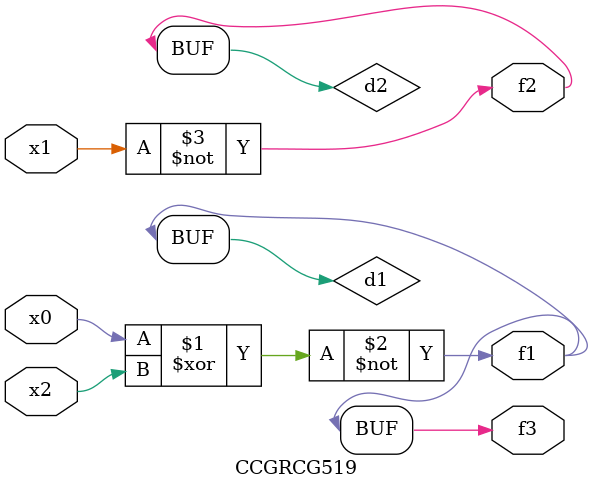
<source format=v>
module CCGRCG519(
	input x0, x1, x2,
	output f1, f2, f3
);

	wire d1, d2, d3;

	xnor (d1, x0, x2);
	nand (d2, x1);
	nor (d3, x1, x2);
	assign f1 = d1;
	assign f2 = d2;
	assign f3 = d1;
endmodule

</source>
